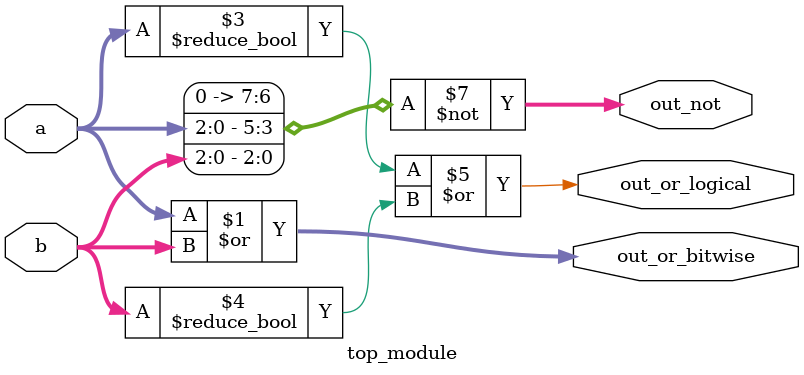
<source format=sv>
module top_module(
  input [2:0] a,
  input [2:0] b,
  output [2:0] out_or_bitwise,
  output reg out_or_logical,
  output reg [7:0] out_not
);

  // Bitwise OR operation
  assign out_or_bitwise = a | b;

  // Logical OR operation
  always @* begin
    out_or_logical = (a != 0) | (b != 0);
  end

  // Bitwise NOT operation
  always @* begin
    out_not = ~{2'b0, a, b}; // Padding 2 high bits of the output
  end

endmodule

</source>
